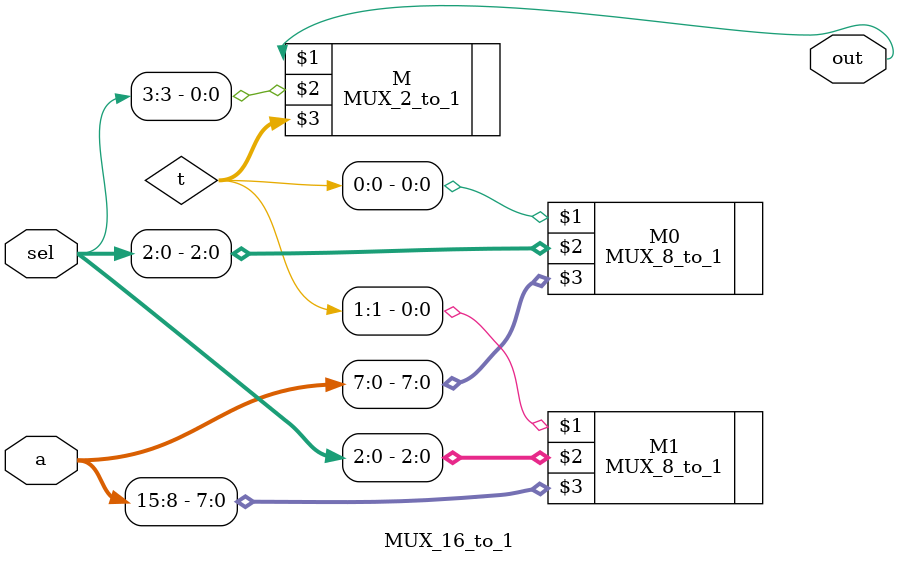
<source format=v>
`timescale 1ns / 1ps


module MUX_16_to_1(out,sel,a);
    output out;
    input [3:0] sel;
    input [15:0] a;
    wire [1:0] t;
    MUX_8_to_1 M0(t[0],sel[2:0],a[7:0]);
    MUX_8_to_1 M1(t[1],sel[2:0],a[15:8]);
    MUX_2_to_1 M(out,sel[3],t);
endmodule

</source>
